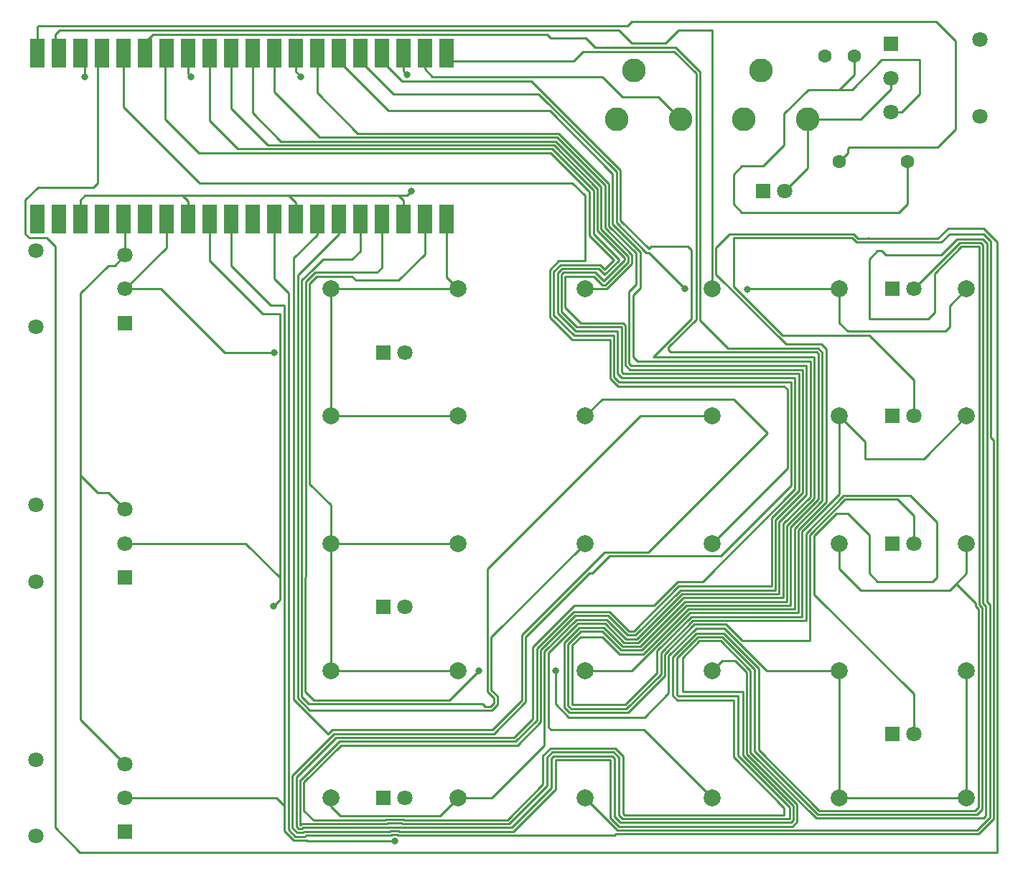
<source format=gbl>
G04 #@! TF.GenerationSoftware,KiCad,Pcbnew,(6.0.8)*
G04 #@! TF.CreationDate,2023-07-24T16:33:47+02:00*
G04 #@! TF.ProjectId,pisynthInv,70697379-6e74-4684-996e-762e6b696361,rev?*
G04 #@! TF.SameCoordinates,Original*
G04 #@! TF.FileFunction,Copper,L2,Bot*
G04 #@! TF.FilePolarity,Positive*
%FSLAX46Y46*%
G04 Gerber Fmt 4.6, Leading zero omitted, Abs format (unit mm)*
G04 Created by KiCad (PCBNEW (6.0.8)) date 2023-07-24 16:33:47*
%MOMM*%
%LPD*%
G01*
G04 APERTURE LIST*
G04 #@! TA.AperFunction,ComponentPad*
%ADD10C,2.000000*%
G04 #@! TD*
G04 #@! TA.AperFunction,ComponentPad*
%ADD11C,1.800000*%
G04 #@! TD*
G04 #@! TA.AperFunction,ComponentPad*
%ADD12R,1.800000X1.800000*%
G04 #@! TD*
G04 #@! TA.AperFunction,ComponentPad*
%ADD13C,2.800000*%
G04 #@! TD*
G04 #@! TA.AperFunction,ComponentPad*
%ADD14C,1.600000*%
G04 #@! TD*
G04 #@! TA.AperFunction,SMDPad,CuDef*
%ADD15R,1.700000X3.500000*%
G04 #@! TD*
G04 #@! TA.AperFunction,ViaPad*
%ADD16C,0.800000*%
G04 #@! TD*
G04 #@! TA.AperFunction,Conductor*
%ADD17C,0.250000*%
G04 #@! TD*
G04 APERTURE END LIST*
D10*
X134000000Y-97000000D03*
X59000000Y-97000000D03*
D11*
X24250000Y-122500000D03*
X24250000Y-131500000D03*
D12*
X34750000Y-131000000D03*
D11*
X34750000Y-127000000D03*
X34750000Y-123000000D03*
X24250000Y-101500000D03*
X24250000Y-92500000D03*
D12*
X34750000Y-101000000D03*
D11*
X34750000Y-97000000D03*
X34750000Y-93000000D03*
D12*
X125225000Y-67000000D03*
D11*
X127765000Y-67000000D03*
D10*
X74000000Y-127000000D03*
D13*
X94750000Y-41200000D03*
X92750000Y-47000000D03*
X100250000Y-47000000D03*
D10*
X119000000Y-82000000D03*
X119000000Y-97000000D03*
X134000000Y-127000000D03*
X59000000Y-67000000D03*
X104000000Y-127000000D03*
X119000000Y-112000000D03*
D13*
X109750000Y-41200000D03*
X107750000Y-47000000D03*
X115250000Y-47000000D03*
D12*
X65225000Y-127000000D03*
D11*
X67765000Y-127000000D03*
D12*
X109975000Y-55500000D03*
D11*
X112515000Y-55500000D03*
D10*
X134000000Y-82000000D03*
X74000000Y-97000000D03*
X134000000Y-67000000D03*
D11*
X24250000Y-62500000D03*
X24250000Y-71500000D03*
D12*
X34750000Y-71000000D03*
D11*
X34750000Y-67000000D03*
X34750000Y-63000000D03*
D10*
X74000000Y-82000000D03*
X104000000Y-67000000D03*
D12*
X65225000Y-74500000D03*
D11*
X67765000Y-74500000D03*
D10*
X89000000Y-112000000D03*
X89000000Y-127000000D03*
X59000000Y-127000000D03*
D12*
X125225000Y-97000000D03*
D11*
X127765000Y-97000000D03*
D10*
X104000000Y-112000000D03*
D12*
X125225000Y-119500000D03*
D11*
X127765000Y-119500000D03*
D10*
X89000000Y-97000000D03*
X59000000Y-112000000D03*
X119000000Y-127000000D03*
X134000000Y-112000000D03*
X119000000Y-67000000D03*
D12*
X65225000Y-104500000D03*
D11*
X67765000Y-104500000D03*
X135550000Y-37630000D03*
X135550000Y-46630000D03*
D12*
X125050000Y-38130000D03*
D11*
X125050000Y-42130000D03*
X125050000Y-46130000D03*
D10*
X74000000Y-67000000D03*
X89000000Y-67000000D03*
X89000000Y-82000000D03*
D14*
X120775000Y-39500000D03*
X117275000Y-39500000D03*
X127000000Y-52000000D03*
X119000000Y-52000000D03*
D10*
X74000000Y-112000000D03*
X104000000Y-97000000D03*
X59000000Y-82000000D03*
D12*
X125225000Y-82000000D03*
D11*
X127765000Y-82000000D03*
D10*
X104000000Y-82000000D03*
D15*
X24370000Y-39210000D03*
X26910000Y-39210000D03*
X29450000Y-39210000D03*
X31990000Y-39210000D03*
X34530000Y-39210000D03*
X37070000Y-39210000D03*
X39610000Y-39210000D03*
X42150000Y-39210000D03*
X44690000Y-39210000D03*
X47230000Y-39210000D03*
X49770000Y-39210000D03*
X52310000Y-39210000D03*
X54850000Y-39210000D03*
X57390000Y-39210000D03*
X59930000Y-39210000D03*
X62470000Y-39210000D03*
X65010000Y-39210000D03*
X67550000Y-39210000D03*
X70090000Y-39210000D03*
X72630000Y-39210000D03*
X72630000Y-58790000D03*
X70090000Y-58790000D03*
X67550000Y-58790000D03*
X65010000Y-58790000D03*
X62470000Y-58790000D03*
X59930000Y-58790000D03*
X57390000Y-58790000D03*
X54850000Y-58790000D03*
X52310000Y-58790000D03*
X49770000Y-58790000D03*
X47230000Y-58790000D03*
X44690000Y-58790000D03*
X42150000Y-58790000D03*
X39610000Y-58790000D03*
X37070000Y-58790000D03*
X34530000Y-58790000D03*
X31990000Y-58790000D03*
X29450000Y-58790000D03*
X26910000Y-58790000D03*
X24370000Y-58790000D03*
D16*
X55500000Y-42000000D03*
X68000000Y-41775500D03*
X42500000Y-42000000D03*
X68500000Y-55500000D03*
X30000000Y-42000000D03*
X85500000Y-112000000D03*
X76500000Y-112000000D03*
X100800000Y-67000000D03*
X108100000Y-67100000D03*
X52325500Y-74500000D03*
X52300000Y-104400000D03*
X66540000Y-132080000D03*
D17*
X67550000Y-41325500D02*
X67550000Y-40110000D01*
X40500000Y-56000000D02*
X53500000Y-56000000D01*
X66500000Y-56000000D02*
X67000000Y-56000000D01*
X42150000Y-41650000D02*
X42150000Y-40110000D01*
X55500000Y-42000000D02*
X54850000Y-41350000D01*
X40500000Y-56000000D02*
X41500000Y-56000000D01*
X68000000Y-41775500D02*
X67550000Y-41325500D01*
X67550000Y-56550000D02*
X67550000Y-57890000D01*
X54850000Y-56850000D02*
X54850000Y-57890000D01*
X41500000Y-56000000D02*
X42150000Y-56650000D01*
X67000000Y-56000000D02*
X67550000Y-56550000D01*
X68000000Y-56000000D02*
X68500000Y-55500000D01*
X29450000Y-56550000D02*
X30000000Y-56000000D01*
X30000000Y-56000000D02*
X40500000Y-56000000D01*
X30000000Y-42000000D02*
X30000000Y-40660000D01*
X30000000Y-40660000D02*
X29450000Y-40110000D01*
X42500000Y-42000000D02*
X42150000Y-41650000D01*
X53500000Y-56000000D02*
X66500000Y-56000000D01*
X53500000Y-56000000D02*
X54000000Y-56000000D01*
X54850000Y-41350000D02*
X54850000Y-40110000D01*
X29450000Y-57890000D02*
X29450000Y-56550000D01*
X42150000Y-56650000D02*
X42150000Y-57890000D01*
X66500000Y-56000000D02*
X68000000Y-56000000D01*
X54000000Y-56000000D02*
X54850000Y-56850000D01*
X98845406Y-110245406D02*
X102090812Y-107000000D01*
X76500000Y-112000000D02*
X73000000Y-115500000D01*
X105409188Y-107000000D02*
X110409188Y-112000000D01*
X65010000Y-64490000D02*
X64450000Y-65050000D01*
X85500000Y-112000000D02*
X85500000Y-115909188D01*
X98845406Y-114654594D02*
X98845406Y-110245406D01*
X134000000Y-127000000D02*
X134000000Y-112000000D01*
X56050000Y-66166978D02*
X57166978Y-65050000D01*
X102090812Y-107000000D02*
X105409188Y-107000000D01*
X56000000Y-101000000D02*
X56050000Y-100950000D01*
X87090812Y-117500000D02*
X96000000Y-117500000D01*
X110409188Y-112000000D02*
X119000000Y-112000000D01*
X56050000Y-100950000D02*
X56050000Y-66166978D01*
X73000000Y-115500000D02*
X57000000Y-115500000D01*
X65010000Y-57890000D02*
X65010000Y-64490000D01*
X134000000Y-127000000D02*
X119000000Y-127000000D01*
X57166978Y-65050000D02*
X64450000Y-65050000D01*
X119000000Y-127000000D02*
X119000000Y-112000000D01*
X96000000Y-117500000D02*
X98845406Y-114654594D01*
X56000000Y-114500000D02*
X56000000Y-101000000D01*
X85500000Y-115909188D02*
X87090812Y-117500000D01*
X57000000Y-115500000D02*
X56000000Y-114500000D01*
X54650000Y-115436396D02*
X58720406Y-119506802D01*
X96450000Y-98050000D02*
X110500000Y-84000000D01*
X78047792Y-119000000D02*
X81550000Y-115497792D01*
X54650000Y-63350000D02*
X57390000Y-60610000D01*
X57390000Y-60610000D02*
X57390000Y-57890000D01*
X106500000Y-80000000D02*
X91000000Y-80000000D01*
X59227208Y-119000000D02*
X78047792Y-119000000D01*
X58720406Y-119506802D02*
X59227208Y-119000000D01*
X54650000Y-64850000D02*
X54650000Y-63350000D01*
X81550000Y-115497792D02*
X81550000Y-107813604D01*
X54650000Y-67150000D02*
X54650000Y-64850000D01*
X110500000Y-84000000D02*
X106500000Y-80000000D01*
X81550000Y-107813604D02*
X91313604Y-98050000D01*
X91000000Y-80000000D02*
X89000000Y-82000000D01*
X54650000Y-67150000D02*
X54650000Y-115436396D01*
X91313604Y-98050000D02*
X96450000Y-98050000D01*
X89000000Y-97000000D02*
X77950000Y-108050000D01*
X77950000Y-108050000D02*
X77950000Y-114288299D01*
X55100000Y-65400000D02*
X59930000Y-60570000D01*
X77986701Y-116675000D02*
X56525000Y-116675000D01*
X56525000Y-116675000D02*
X55100000Y-115250000D01*
X55100000Y-115250000D02*
X55100000Y-65400000D01*
X78675000Y-115986701D02*
X77986701Y-116675000D01*
X77950000Y-114288299D02*
X78675000Y-115013299D01*
X59930000Y-60570000D02*
X59930000Y-57890000D01*
X78675000Y-115013299D02*
X78675000Y-115986701D01*
X77800305Y-116225000D02*
X78225000Y-115800305D01*
X55550000Y-83050000D02*
X55550000Y-115063604D01*
X62470000Y-62530000D02*
X61500000Y-63500000D01*
X56436396Y-115950000D02*
X76924695Y-115950000D01*
X77500000Y-100000000D02*
X95500000Y-82000000D01*
X61500000Y-63500000D02*
X58080582Y-63500000D01*
X77500000Y-114474695D02*
X77500000Y-100000000D01*
X78225000Y-115199695D02*
X77500000Y-114474695D01*
X77199695Y-116225000D02*
X77800305Y-116225000D01*
X78225000Y-115800305D02*
X78225000Y-115199695D01*
X76924695Y-115950000D02*
X77199695Y-116225000D01*
X62470000Y-57890000D02*
X62470000Y-62530000D01*
X55600000Y-83000000D02*
X55550000Y-83050000D01*
X95500000Y-82000000D02*
X104000000Y-82000000D01*
X55600000Y-65980582D02*
X55600000Y-83000000D01*
X56980582Y-64600000D02*
X55600000Y-65980582D01*
X55550000Y-115063604D02*
X56436396Y-115950000D01*
X58080582Y-63500000D02*
X56716978Y-64863604D01*
X26500000Y-39700000D02*
X26910000Y-40110000D01*
X98474999Y-38025001D02*
X94525001Y-38025001D01*
X104000000Y-36500000D02*
X100000000Y-36500000D01*
X93000000Y-36500000D02*
X27000000Y-36500000D01*
X104000000Y-67000000D02*
X104000000Y-36500000D01*
X94525001Y-38025001D02*
X93000000Y-36500000D01*
X100000000Y-36500000D02*
X98474999Y-38025001D01*
X27000000Y-36500000D02*
X26500000Y-37000000D01*
X26500000Y-37000000D02*
X26500000Y-39700000D01*
X39500000Y-40220000D02*
X39500000Y-47000000D01*
X86090812Y-64150000D02*
X85300000Y-64940812D01*
X92950000Y-77950000D02*
X113250000Y-77950000D01*
X85300000Y-70072792D02*
X87727208Y-72500000D01*
X106681802Y-110818198D02*
X105181802Y-110818198D01*
X85500000Y-122500000D02*
X92000000Y-122500000D01*
X114000000Y-127772792D02*
X108050000Y-121822792D01*
X91320406Y-64684010D02*
X90786396Y-64150000D01*
X80540000Y-130960000D02*
X85500000Y-126000000D01*
X55027208Y-131086396D02*
X55772792Y-131086396D01*
X65998299Y-130960000D02*
X66053299Y-130905000D01*
X90786396Y-64150000D02*
X86090812Y-64150000D01*
X89550000Y-55550000D02*
X89550000Y-60686396D01*
X89863604Y-100500000D02*
X89500000Y-100500000D01*
X43450000Y-50950000D02*
X84950000Y-50950000D01*
X113300000Y-90200000D02*
X105000000Y-98500000D01*
X92400000Y-77400000D02*
X92950000Y-77950000D01*
X113300000Y-78000000D02*
X113300000Y-90200000D01*
X39500000Y-47000000D02*
X43450000Y-50950000D01*
X89500000Y-100500000D02*
X82000000Y-108000000D01*
X108050000Y-112186396D02*
X106681802Y-110818198D01*
X85300000Y-64940812D02*
X85300000Y-70072792D01*
X92000000Y-122500000D02*
X92000000Y-129363604D01*
X108050000Y-121822792D02*
X108050000Y-112186396D01*
X39610000Y-40110000D02*
X39500000Y-40220000D01*
X67081701Y-130960000D02*
X80540000Y-130960000D01*
X87727208Y-72500000D02*
X92400000Y-72500000D01*
X114000000Y-129822792D02*
X114000000Y-127772792D01*
X85500000Y-126000000D02*
X85500000Y-122500000D01*
X92431802Y-63572614D02*
X91320406Y-64684010D01*
X91863604Y-98500000D02*
X89863604Y-100500000D01*
X82000000Y-115684188D02*
X78234188Y-119450000D01*
X67026701Y-130905000D02*
X67081701Y-130960000D01*
X55899188Y-130960000D02*
X65998299Y-130960000D01*
X84950000Y-50950000D02*
X89550000Y-55550000D01*
X105181802Y-110818198D02*
X104000000Y-112000000D01*
X82000000Y-108000000D02*
X82000000Y-115684188D01*
X66053299Y-130905000D02*
X67026701Y-130905000D01*
X54500000Y-130559188D02*
X55027208Y-131086396D01*
X54500000Y-124363604D02*
X54500000Y-130559188D01*
X55772792Y-131086396D02*
X55899188Y-130960000D01*
X105000000Y-98500000D02*
X91863604Y-98500000D01*
X113472792Y-130350000D02*
X114000000Y-129822792D01*
X92431802Y-63568198D02*
X92431802Y-63572614D01*
X89550000Y-60686396D02*
X92431802Y-63568198D01*
X92000000Y-129363604D02*
X92986396Y-130350000D01*
X59413604Y-119450000D02*
X54500000Y-124363604D01*
X113250000Y-77950000D02*
X113300000Y-78000000D01*
X92400000Y-72500000D02*
X92400000Y-77400000D01*
X78234188Y-119450000D02*
X59413604Y-119450000D01*
X92986396Y-130350000D02*
X113472792Y-130350000D01*
X52310000Y-40110000D02*
X52310000Y-43810000D01*
X94550000Y-64000000D02*
X91550000Y-67000000D01*
X52310000Y-43810000D02*
X57650000Y-49150000D01*
X94550000Y-62959188D02*
X94550000Y-64000000D01*
X85695584Y-49150000D02*
X91350000Y-54804416D01*
X91350000Y-54804416D02*
X91350000Y-59759188D01*
X91550000Y-67000000D02*
X89000000Y-67000000D01*
X57650000Y-49150000D02*
X85695584Y-49150000D01*
X91350000Y-59759188D02*
X94550000Y-62959188D01*
X135968198Y-59831802D02*
X137640000Y-61503604D01*
X89000000Y-112000000D02*
X94545228Y-112000000D01*
X122400000Y-61000000D02*
X122450000Y-61050000D01*
X104450000Y-65270000D02*
X104450000Y-62150000D01*
X31500000Y-54500000D02*
X31500000Y-40600000D01*
X122450000Y-61050000D02*
X130600000Y-61050000D01*
X112680000Y-73500000D02*
X104450000Y-65270000D01*
X137640000Y-61503604D02*
X137640000Y-133397972D01*
X23000000Y-56500000D02*
X24500000Y-55000000D01*
X104450000Y-62150000D02*
X106050000Y-60550000D01*
X114150000Y-95440812D02*
X117431802Y-92159010D01*
X23000000Y-60500000D02*
X23000000Y-56500000D01*
X117431802Y-92159010D02*
X117431802Y-74068198D01*
X130600000Y-61050000D02*
X131818198Y-59831802D01*
X120700000Y-60550000D02*
X121200000Y-61050000D01*
X121200000Y-61050000D02*
X122350000Y-61050000D01*
X116863604Y-73500000D02*
X112680000Y-73500000D01*
X29397972Y-133397972D02*
X26500000Y-130500000D01*
X114150000Y-105200000D02*
X114150000Y-95440812D01*
X26500000Y-130500000D02*
X26500000Y-62000000D01*
X122350000Y-61050000D02*
X122400000Y-61000000D01*
X101345228Y-105200000D02*
X114150000Y-105200000D01*
X31000000Y-55000000D02*
X31500000Y-54500000D01*
X117431802Y-74068198D02*
X116863604Y-73500000D01*
X137640000Y-133397972D02*
X29397972Y-133397972D01*
X131818198Y-59831802D02*
X135968198Y-59831802D01*
X106050000Y-60550000D02*
X120700000Y-60550000D01*
X25500000Y-61000000D02*
X23500000Y-61000000D01*
X31500000Y-40600000D02*
X31990000Y-40110000D01*
X26500000Y-62000000D02*
X25500000Y-61000000D01*
X24500000Y-55000000D02*
X31000000Y-55000000D01*
X23500000Y-61000000D02*
X23000000Y-60500000D01*
X94545228Y-112000000D02*
X101345228Y-105200000D01*
X107500000Y-58000000D02*
X126000000Y-58000000D01*
X120775000Y-41725000D02*
X120775000Y-39500000D01*
X120500000Y-43500000D02*
X124000000Y-40000000D01*
X126370000Y-46130000D02*
X125050000Y-46130000D01*
X128500000Y-44000000D02*
X126370000Y-46130000D01*
X107500000Y-52500000D02*
X106500000Y-53500000D01*
X119000000Y-43500000D02*
X120500000Y-43500000D01*
X112500000Y-50000000D02*
X110000000Y-52500000D01*
X110000000Y-52500000D02*
X107500000Y-52500000D01*
X106500000Y-53500000D02*
X106500000Y-57000000D01*
X112500000Y-46300000D02*
X112500000Y-50000000D01*
X119000000Y-43500000D02*
X115300000Y-43500000D01*
X120775000Y-41725000D02*
X119000000Y-43500000D01*
X115300000Y-43500000D02*
X112500000Y-46300000D01*
X127000000Y-57000000D02*
X127000000Y-52000000D01*
X124000000Y-40000000D02*
X128500000Y-40000000D01*
X126000000Y-58000000D02*
X127000000Y-57000000D01*
X106500000Y-57000000D02*
X107500000Y-58000000D01*
X128500000Y-40000000D02*
X128500000Y-44000000D01*
X59000000Y-92500000D02*
X56500000Y-90000000D01*
X59000000Y-97000000D02*
X59000000Y-92500000D01*
X70090000Y-62910000D02*
X67000000Y-66000000D01*
X59000000Y-97000000D02*
X74000000Y-97000000D01*
X59000000Y-112000000D02*
X74000000Y-112000000D01*
X62000000Y-66000000D02*
X67000000Y-66000000D01*
X56500000Y-90000000D02*
X56500000Y-66353374D01*
X70090000Y-57890000D02*
X70090000Y-62910000D01*
X57353374Y-65500000D02*
X61500000Y-65500000D01*
X56500000Y-66353374D02*
X57353374Y-65500000D01*
X59000000Y-112000000D02*
X59000000Y-97000000D01*
X61500000Y-65500000D02*
X62000000Y-66000000D01*
X84850000Y-64754416D02*
X84850000Y-70350000D01*
X84850000Y-70350000D02*
X87500000Y-73000000D01*
X112850000Y-88150000D02*
X104000000Y-97000000D01*
X85904416Y-63700000D02*
X84850000Y-64754416D01*
X87500000Y-54500000D02*
X89000000Y-56000000D01*
X91950000Y-73000000D02*
X91950000Y-77586396D01*
X112850000Y-78850000D02*
X112850000Y-88150000D01*
X89000000Y-63700000D02*
X85904416Y-63700000D01*
X34530000Y-45530000D02*
X43500000Y-54500000D01*
X34530000Y-40110000D02*
X34530000Y-45530000D01*
X112500000Y-78500000D02*
X112850000Y-78850000D01*
X43500000Y-54500000D02*
X87500000Y-54500000D01*
X87500000Y-73000000D02*
X91950000Y-73000000D01*
X89000000Y-56000000D02*
X89000000Y-63700000D01*
X92863604Y-78500000D02*
X112500000Y-78500000D01*
X91950000Y-77586396D02*
X92863604Y-78500000D01*
X86463604Y-65050000D02*
X86200000Y-65313604D01*
X47230000Y-40110000D02*
X47230000Y-45730000D01*
X65625507Y-130060000D02*
X65680507Y-130005000D01*
X116450000Y-128950000D02*
X135261396Y-128950000D01*
X84500000Y-122227208D02*
X85127208Y-121600000D01*
X135500000Y-104236396D02*
X135500000Y-62000000D01*
X114200000Y-90813604D02*
X114186396Y-90813604D01*
X87631624Y-105050000D02*
X83300000Y-109381624D01*
X113100000Y-129450000D02*
X113100000Y-128145584D01*
X135211396Y-130800000D02*
X92800000Y-130800000D01*
X129500000Y-70500000D02*
X122500000Y-70500000D01*
X67454493Y-130060000D02*
X80040000Y-130060000D01*
X55400000Y-130186396D02*
X55526396Y-130060000D01*
X130200698Y-69799302D02*
X129500000Y-70500000D01*
X93450000Y-129450000D02*
X113100000Y-129450000D01*
X100040456Y-102050000D02*
X94740456Y-107350000D01*
X91868020Y-105050000D02*
X87631624Y-105050000D01*
X85127208Y-121600000D02*
X92372792Y-121600000D01*
X114186396Y-90813604D02*
X111000000Y-94000000D01*
X99863604Y-114863604D02*
X99863604Y-110500000D01*
X93000000Y-122227208D02*
X93000000Y-129000000D01*
X130200698Y-65200698D02*
X130200698Y-69799302D01*
X90186396Y-65050000D02*
X86463604Y-65050000D01*
X65680507Y-130005000D02*
X67399493Y-130005000D01*
X93650000Y-63331980D02*
X93650000Y-63627208D01*
X99863604Y-110500000D02*
X102313604Y-108050000D01*
X123500000Y-62500000D02*
X124000000Y-62500000D01*
X135261396Y-128950000D02*
X135840000Y-128371396D01*
X83300000Y-117872792D02*
X80822792Y-120350000D01*
X114200000Y-77000000D02*
X114200000Y-90813604D01*
X86200000Y-65313604D02*
X86200000Y-69700000D01*
X93300000Y-71500000D02*
X93300000Y-76800000D01*
X93000000Y-129000000D02*
X93450000Y-129450000D01*
X136400000Y-103863604D02*
X136740000Y-104203604D01*
X107000000Y-115000000D02*
X100000000Y-115000000D01*
X136740000Y-104203604D02*
X136740000Y-129271396D01*
X80040000Y-130060000D02*
X84500000Y-125600000D01*
X93500000Y-77000000D02*
X114200000Y-77000000D01*
X100000000Y-115000000D02*
X99863604Y-114863604D01*
X91206802Y-66070406D02*
X90186396Y-65050000D01*
X111000000Y-94000000D02*
X111000000Y-102050000D01*
X80822792Y-120350000D02*
X60013604Y-120350000D01*
X109000000Y-111863604D02*
X109000000Y-121500000D01*
X122500000Y-70500000D02*
X122500000Y-63500000D01*
X124500000Y-63000000D02*
X131000000Y-63000000D01*
X85322792Y-50050000D02*
X90450000Y-55177208D01*
X102313604Y-108050000D02*
X105186396Y-108050000D01*
X135840000Y-104576396D02*
X135500000Y-104236396D01*
X105186396Y-108050000D02*
X109000000Y-111863604D01*
X94740456Y-107350000D02*
X94168020Y-107350000D01*
X124000000Y-62500000D02*
X124500000Y-63000000D01*
X131000000Y-63000000D02*
X132900000Y-61100000D01*
X55526396Y-130060000D02*
X65625507Y-130060000D01*
X136740000Y-129271396D02*
X135211396Y-130800000D01*
X109000000Y-121500000D02*
X116450000Y-128950000D01*
X47230000Y-45730000D02*
X51550000Y-50050000D01*
X94168020Y-107350000D02*
X91868020Y-105050000D01*
X90450000Y-60131980D02*
X93650000Y-63331980D01*
X67399493Y-130005000D02*
X67454493Y-130060000D01*
X136400000Y-61627208D02*
X136400000Y-103863604D01*
X107000000Y-122045584D02*
X107000000Y-115000000D01*
X93250000Y-71450000D02*
X93300000Y-71500000D01*
X92800000Y-130800000D02*
X89000000Y-127000000D01*
X133401396Y-62000000D02*
X130200698Y-65200698D01*
X90450000Y-55177208D02*
X90450000Y-60131980D01*
X55463604Y-124900000D02*
X55400000Y-124900000D01*
X93650000Y-63627208D02*
X91206802Y-66070406D01*
X92372792Y-121600000D02*
X93000000Y-122227208D01*
X132900000Y-61100000D02*
X135872792Y-61100000D01*
X86200000Y-69700000D02*
X87950000Y-71450000D01*
X135840000Y-128371396D02*
X135840000Y-104576396D01*
X111000000Y-102050000D02*
X100040456Y-102050000D01*
X51550000Y-50050000D02*
X85322792Y-50050000D01*
X135500000Y-62000000D02*
X133401396Y-62000000D01*
X84500000Y-125600000D02*
X84500000Y-122227208D01*
X55400000Y-124900000D02*
X55400000Y-130186396D01*
X60013604Y-120350000D02*
X55463604Y-124900000D01*
X87950000Y-71450000D02*
X93250000Y-71450000D01*
X83300000Y-109381624D02*
X83300000Y-117872792D01*
X93300000Y-76800000D02*
X93500000Y-77000000D01*
X122500000Y-63500000D02*
X123500000Y-62500000D01*
X113100000Y-128145584D02*
X107000000Y-122045584D01*
X135872792Y-61100000D02*
X136400000Y-61627208D01*
X92250000Y-53386396D02*
X92250000Y-59386396D01*
X84950000Y-118950000D02*
X95950000Y-118950000D01*
X95500000Y-62636396D02*
X95500000Y-66863604D01*
X92250000Y-59386396D02*
X95500000Y-62636396D01*
X94650000Y-67713604D02*
X94650000Y-75000000D01*
X100599644Y-103400000D02*
X95299644Y-108700000D01*
X84650000Y-118650000D02*
X84950000Y-118950000D01*
X95299644Y-108700000D02*
X93609188Y-108700000D01*
X95150000Y-75500000D02*
X115550000Y-75500000D01*
X112350000Y-94695228D02*
X112350000Y-103400000D01*
X94650000Y-75000000D02*
X95150000Y-75500000D01*
X115550000Y-91495228D02*
X112350000Y-94695228D01*
X95500000Y-66863604D02*
X94650000Y-67713604D01*
X115550000Y-75500000D02*
X115550000Y-91495228D01*
X93609188Y-108700000D02*
X91372792Y-106463604D01*
X91372792Y-106463604D02*
X88127208Y-106463604D01*
X84863604Y-46000000D02*
X92250000Y-53386396D01*
X59930000Y-40110000D02*
X65820000Y-46000000D01*
X112350000Y-103400000D02*
X100599644Y-103400000D01*
X88127208Y-106463604D02*
X84650000Y-109940812D01*
X84650000Y-109940812D02*
X84650000Y-118650000D01*
X65820000Y-46000000D02*
X84863604Y-46000000D01*
X95950000Y-118950000D02*
X104000000Y-127000000D01*
X119000000Y-91227208D02*
X119000000Y-82000000D01*
X38000000Y-37000000D02*
X84500000Y-37000000D01*
X99636396Y-38500000D02*
X102570000Y-41433604D01*
X114600000Y-105650000D02*
X114600000Y-95627208D01*
X87500000Y-109000000D02*
X87500000Y-116000000D01*
X93727208Y-116000000D02*
X97495406Y-112231802D01*
X87500000Y-116000000D02*
X93727208Y-116000000D01*
X89085000Y-37415000D02*
X90170000Y-38500000D01*
X114600000Y-95627208D02*
X119000000Y-91227208D01*
X122000000Y-87000000D02*
X129000000Y-87000000D01*
X105840000Y-74000000D02*
X116500000Y-74000000D01*
X101158832Y-104750000D02*
X95858832Y-110050000D01*
X102570000Y-41433604D02*
X102570000Y-70730000D01*
X88500000Y-108000000D02*
X87500000Y-109000000D01*
X90170000Y-38500000D02*
X99636396Y-38500000D01*
X37070000Y-40110000D02*
X37070000Y-37930000D01*
X116981802Y-91972614D02*
X113700000Y-95254416D01*
X122000000Y-85000000D02*
X122000000Y-87000000D01*
X97495406Y-109686218D02*
X101531624Y-105650000D01*
X91000000Y-108000000D02*
X88500000Y-108000000D01*
X113700000Y-95254416D02*
X113700000Y-104750000D01*
X37070000Y-37930000D02*
X38000000Y-37000000D01*
X116500000Y-74000000D02*
X116981802Y-74481802D01*
X116981802Y-74481802D02*
X116981802Y-91972614D01*
X93050000Y-110050000D02*
X91000000Y-108000000D01*
X102570000Y-70730000D02*
X105840000Y-74000000D01*
X84915000Y-37415000D02*
X89085000Y-37415000D01*
X95858832Y-110050000D02*
X93050000Y-110050000D01*
X129000000Y-87000000D02*
X134000000Y-82000000D01*
X84500000Y-37000000D02*
X84915000Y-37415000D01*
X97495406Y-112231802D02*
X97495406Y-109686218D01*
X101531624Y-105650000D02*
X114600000Y-105650000D01*
X113700000Y-104750000D02*
X101158832Y-104750000D01*
X119000000Y-82000000D02*
X122000000Y-85000000D01*
X134000000Y-100500000D02*
X134000000Y-97000000D01*
X83750000Y-109568020D02*
X83750000Y-118059188D01*
X132750000Y-101750000D02*
X134000000Y-100500000D01*
X93500000Y-71000000D02*
X93750000Y-71250000D01*
X93981624Y-107800000D02*
X91681624Y-105500000D01*
X91681624Y-105500000D02*
X87818020Y-105500000D01*
X55850000Y-128500000D02*
X56960000Y-129610000D01*
X106500000Y-115500000D02*
X99863604Y-115500000D01*
X119000000Y-97000000D02*
X119000000Y-100000000D01*
X90000000Y-65500000D02*
X86650000Y-65500000D01*
X102127208Y-107600000D02*
X105372792Y-107600000D01*
X114650000Y-91000000D02*
X111450000Y-94200000D01*
X121500000Y-102500000D02*
X126500000Y-102500000D01*
X126500000Y-102500000D02*
X132000000Y-102500000D01*
X49770000Y-46270000D02*
X53100000Y-49600000D01*
X60200000Y-120800000D02*
X55850000Y-125150000D01*
X109500000Y-111727208D02*
X109500000Y-121363604D01*
X114650000Y-76500000D02*
X114650000Y-91000000D01*
X135050000Y-104422792D02*
X135050000Y-104050000D01*
X93636396Y-129000000D02*
X112500000Y-129000000D01*
X135390000Y-128110000D02*
X135390000Y-104762792D01*
X65494111Y-129555000D02*
X67585889Y-129555000D01*
X99295406Y-110431802D02*
X102127208Y-107600000D01*
X85509188Y-49600000D02*
X90900000Y-54990812D01*
X100226852Y-102500000D02*
X94926852Y-107800000D01*
X116636396Y-128500000D02*
X135000000Y-128500000D01*
X55850000Y-125150000D02*
X55850000Y-128500000D01*
X88500000Y-71000000D02*
X93500000Y-71000000D01*
X86650000Y-69150000D02*
X88500000Y-71000000D01*
X111450000Y-102500000D02*
X100226852Y-102500000D01*
X105372792Y-107600000D02*
X109500000Y-111727208D01*
X67640889Y-129610000D02*
X79853604Y-129610000D01*
X91363604Y-66550000D02*
X91050000Y-66550000D01*
X112500000Y-128181980D02*
X106500000Y-122181980D01*
X132000000Y-102500000D02*
X132750000Y-101750000D01*
X84940812Y-121150000D02*
X92559188Y-121150000D01*
X84050000Y-125413604D02*
X84050000Y-122040812D01*
X91050000Y-66550000D02*
X90000000Y-65500000D01*
X94100000Y-63145584D02*
X94100000Y-63813604D01*
X112500000Y-129000000D02*
X112500000Y-128181980D01*
X90900000Y-59945584D02*
X94100000Y-63145584D01*
X81009188Y-120800000D02*
X60200000Y-120800000D01*
X99863604Y-115500000D02*
X99295406Y-114931802D01*
X93500000Y-128863604D02*
X93636396Y-129000000D01*
X67585889Y-129555000D02*
X67640889Y-129610000D01*
X65439111Y-129610000D02*
X65494111Y-129555000D01*
X90900000Y-54990812D02*
X90900000Y-59945584D01*
X79853604Y-129610000D02*
X84050000Y-125413604D01*
X56960000Y-129610000D02*
X65439111Y-129610000D01*
X94100000Y-63813604D02*
X91363604Y-66550000D01*
X135390000Y-104762792D02*
X135050000Y-104422792D01*
X135050000Y-104050000D02*
X132750000Y-101750000D01*
X119000000Y-100000000D02*
X121500000Y-102500000D01*
X92559188Y-121150000D02*
X93500000Y-122090812D01*
X53100000Y-49600000D02*
X85509188Y-49600000D01*
X84050000Y-122040812D02*
X84940812Y-121150000D01*
X135000000Y-128500000D02*
X135390000Y-128110000D01*
X111450000Y-94200000D02*
X111450000Y-102500000D01*
X106500000Y-122181980D02*
X106500000Y-115500000D01*
X94263604Y-76500000D02*
X114650000Y-76500000D01*
X87818020Y-105500000D02*
X83750000Y-109568020D01*
X94926852Y-107800000D02*
X93981624Y-107800000D01*
X99295406Y-114931802D02*
X99295406Y-110431802D01*
X86650000Y-65500000D02*
X86650000Y-69150000D01*
X109500000Y-121363604D02*
X116636396Y-128500000D01*
X93750000Y-71250000D02*
X93750000Y-75986396D01*
X93750000Y-75986396D02*
X94263604Y-76500000D01*
X49770000Y-40110000D02*
X49770000Y-46270000D01*
X83750000Y-118059188D02*
X81009188Y-120800000D01*
X93500000Y-122090812D02*
X93500000Y-128863604D01*
X120000000Y-72000000D02*
X131500000Y-72000000D01*
X66360000Y-44000000D02*
X83500000Y-44000000D01*
X108100000Y-67100000D02*
X108200000Y-67000000D01*
X96521129Y-62721129D02*
X100800000Y-67000000D01*
X108200000Y-67000000D02*
X119000000Y-67000000D01*
X96221129Y-62721129D02*
X96521129Y-62721129D01*
X131500000Y-72000000D02*
X132000000Y-71500000D01*
X62470000Y-40110000D02*
X66360000Y-44000000D01*
X132000000Y-71500000D02*
X132000000Y-69000000D01*
X119000000Y-71000000D02*
X120000000Y-72000000D01*
X92700000Y-53200000D02*
X92700000Y-59200000D01*
X132000000Y-69000000D02*
X134000000Y-67000000D01*
X83500000Y-44000000D02*
X92700000Y-53200000D01*
X119000000Y-67000000D02*
X119000000Y-71000000D01*
X92700000Y-59200000D02*
X96221129Y-62721129D01*
X59000000Y-67000000D02*
X74000000Y-67000000D01*
X59000000Y-82000000D02*
X74000000Y-82000000D01*
X72630000Y-57890000D02*
X72630000Y-65630000D01*
X59000000Y-82000000D02*
X59000000Y-67000000D01*
X72630000Y-65630000D02*
X74000000Y-67000000D01*
X71000000Y-42000000D02*
X91000000Y-42000000D01*
X91000000Y-42000000D02*
X93370000Y-44370000D01*
X70090000Y-40110000D02*
X70090000Y-41090000D01*
X93370000Y-44370000D02*
X97620000Y-44370000D01*
X97620000Y-44370000D02*
X100250000Y-47000000D01*
X70090000Y-41090000D02*
X71000000Y-42000000D01*
X130500000Y-94500000D02*
X130500000Y-101000000D01*
X72630000Y-40110000D02*
X87630000Y-40110000D01*
X123500000Y-101500000D02*
X122500000Y-100500000D01*
X116000000Y-96136396D02*
X116000000Y-103000000D01*
X101718020Y-106100000D02*
X115050000Y-106100000D01*
X113250000Y-95068020D02*
X113250000Y-104300000D01*
X116531802Y-91786218D02*
X113250000Y-95068020D01*
X122500000Y-96000000D02*
X120000000Y-93500000D01*
X99500000Y-39000000D02*
X102090000Y-41590000D01*
X122500000Y-100500000D02*
X122500000Y-96000000D01*
X98850000Y-73813604D02*
X98850000Y-74186396D01*
X130500000Y-101000000D02*
X130000000Y-101500000D01*
X119495406Y-91368198D02*
X127368198Y-91368198D01*
X115050000Y-106100000D02*
X115050000Y-95813604D01*
X87363604Y-116500000D02*
X93863604Y-116500000D01*
X118636396Y-93500000D02*
X116000000Y-96136396D01*
X87000000Y-108863604D02*
X87000000Y-116136396D01*
X115050000Y-95813604D02*
X119495406Y-91368198D01*
X116000000Y-103000000D02*
X127765000Y-114765000D01*
X93236396Y-109600000D02*
X91000000Y-107363604D01*
X102090000Y-70573604D02*
X98850000Y-73813604D01*
X100972436Y-104300000D02*
X95672436Y-109600000D01*
X99113604Y-74450000D02*
X116313604Y-74450000D01*
X88500000Y-107363604D02*
X87000000Y-108863604D01*
X127765000Y-114765000D02*
X127765000Y-119500000D01*
X98850000Y-74186396D02*
X99113604Y-74450000D01*
X87630000Y-40110000D02*
X88740000Y-39000000D01*
X116531802Y-74668198D02*
X116531802Y-91786218D01*
X97945406Y-112418198D02*
X97945406Y-109872614D01*
X95672436Y-109600000D02*
X93236396Y-109600000D01*
X93863604Y-116500000D02*
X97945406Y-112418198D01*
X130000000Y-101500000D02*
X123500000Y-101500000D01*
X102090000Y-41590000D02*
X102090000Y-70573604D01*
X91000000Y-107363604D02*
X88500000Y-107363604D01*
X87000000Y-116136396D02*
X87363604Y-116500000D01*
X116313604Y-74450000D02*
X116531802Y-74668198D01*
X120000000Y-93500000D02*
X118636396Y-93500000D01*
X88740000Y-39000000D02*
X99500000Y-39000000D01*
X97945406Y-109872614D02*
X101718020Y-106100000D01*
X113250000Y-104300000D02*
X100972436Y-104300000D01*
X127368198Y-91368198D02*
X130500000Y-94500000D01*
X95486040Y-109150000D02*
X93422792Y-109150000D01*
X82636396Y-42500000D02*
X93150000Y-53013604D01*
X96775000Y-61996129D02*
X101086129Y-61996129D01*
X101525000Y-62435000D02*
X101525000Y-70502208D01*
X86550000Y-116322792D02*
X87177208Y-116950000D01*
X101525000Y-70502208D02*
X97027208Y-75000000D01*
X112800000Y-94881624D02*
X112800000Y-103850000D01*
X100786040Y-103850000D02*
X95486040Y-109150000D01*
X116000000Y-91681624D02*
X112800000Y-94881624D01*
X119681802Y-91818198D02*
X125818198Y-91818198D01*
X101904416Y-106550000D02*
X105595584Y-106550000D01*
X116000000Y-75000000D02*
X116000000Y-91681624D01*
X94050000Y-116950000D02*
X98395406Y-112604594D01*
X127765000Y-93765000D02*
X127765000Y-97000000D01*
X93150000Y-58921129D02*
X96500000Y-62271129D01*
X65010000Y-40110000D02*
X67400000Y-42500000D01*
X98395406Y-110059010D02*
X101904416Y-106550000D01*
X105595584Y-106550000D02*
X107545584Y-108500000D01*
X115500000Y-108500000D02*
X115500000Y-96000000D01*
X98395406Y-112604594D02*
X98395406Y-110059010D01*
X97027208Y-75000000D02*
X116000000Y-75000000D01*
X93422792Y-109150000D02*
X91186396Y-106913604D01*
X107545584Y-108500000D02*
X115500000Y-108500000D01*
X93150000Y-53013604D02*
X93150000Y-58921129D01*
X112800000Y-103850000D02*
X100786040Y-103850000D01*
X96500000Y-62271129D02*
X96775000Y-61996129D01*
X88313604Y-106913604D02*
X86550000Y-108677208D01*
X91186396Y-106913604D02*
X88313604Y-106913604D01*
X86550000Y-108677208D02*
X86550000Y-116322792D01*
X115500000Y-96000000D02*
X119681802Y-91818198D01*
X67400000Y-42500000D02*
X82636396Y-42500000D01*
X87177208Y-116950000D02*
X94050000Y-116950000D01*
X125818198Y-91818198D02*
X127765000Y-93765000D01*
X101086129Y-61996129D02*
X101525000Y-62435000D01*
X66840305Y-131355000D02*
X66239695Y-131355000D01*
X106500000Y-61000000D02*
X120500000Y-61000000D01*
X106500000Y-66683604D02*
X106500000Y-61000000D01*
X54000000Y-130695584D02*
X54000000Y-67500000D01*
X136850000Y-61350000D02*
X136850000Y-84500000D01*
X54840812Y-131536396D02*
X54000000Y-130695584D01*
X122500000Y-72500000D02*
X112316396Y-72500000D01*
X127765000Y-82000000D02*
X127765000Y-77765000D01*
X56085584Y-131410000D02*
X55959188Y-131536396D01*
X120500000Y-61000000D02*
X121000000Y-61500000D01*
X135397792Y-131250000D02*
X92613604Y-131250000D01*
X66239695Y-131355000D02*
X66184695Y-131410000D01*
X127765000Y-77765000D02*
X122500000Y-72500000D01*
X55959188Y-131536396D02*
X54840812Y-131536396D01*
X52310000Y-65810000D02*
X52310000Y-57890000D01*
X137190000Y-84840000D02*
X137190000Y-129457792D01*
X136850000Y-84500000D02*
X137190000Y-84840000D01*
X131000000Y-61500000D02*
X132000000Y-60500000D01*
X137190000Y-129457792D02*
X135397792Y-131250000D01*
X112316396Y-72500000D02*
X106500000Y-66683604D01*
X132000000Y-60500000D02*
X136000000Y-60500000D01*
X121000000Y-61500000D02*
X131000000Y-61500000D01*
X92613604Y-131250000D02*
X92453604Y-131410000D01*
X66184695Y-131410000D02*
X56085584Y-131410000D01*
X54000000Y-67500000D02*
X52310000Y-65810000D01*
X136000000Y-60500000D02*
X136850000Y-61350000D01*
X92453604Y-131410000D02*
X66895305Y-131410000D01*
X66895305Y-131410000D02*
X66840305Y-131355000D01*
X52325500Y-74500000D02*
X46500000Y-74500000D01*
X46500000Y-74500000D02*
X39000000Y-67000000D01*
X39610000Y-62140000D02*
X39610000Y-57890000D01*
X34750000Y-67000000D02*
X39610000Y-62140000D01*
X39000000Y-67000000D02*
X34750000Y-67000000D01*
X53050000Y-69950000D02*
X53050000Y-101050000D01*
X44690000Y-63690000D02*
X50950000Y-69950000D01*
X50950000Y-69950000D02*
X53050000Y-69950000D01*
X53050000Y-103650000D02*
X53050000Y-102400000D01*
X44690000Y-57890000D02*
X44690000Y-63690000D01*
X52300000Y-104400000D02*
X53050000Y-103650000D01*
X34750000Y-97000000D02*
X49000000Y-97000000D01*
X49000000Y-97000000D02*
X53050000Y-101050000D01*
X53050000Y-101050000D02*
X53050000Y-102400000D01*
X91800000Y-59572792D02*
X95000000Y-62772792D01*
X59000000Y-127000000D02*
X59000000Y-128000000D01*
X94200000Y-75800000D02*
X94400000Y-76000000D01*
X62200000Y-48700000D02*
X85881980Y-48700000D01*
X95000000Y-62772792D02*
X95000000Y-66500000D01*
X111900000Y-102950000D02*
X100413248Y-102950000D01*
X57390000Y-43890000D02*
X62200000Y-48700000D01*
X115100000Y-76000000D02*
X115100000Y-91308832D01*
X93795584Y-108250000D02*
X91559188Y-106013604D01*
X85881980Y-48700000D02*
X91800000Y-54618020D01*
X84200000Y-120800000D02*
X78000000Y-127000000D01*
X84200000Y-109754416D02*
X84200000Y-120800000D01*
X115100000Y-91308832D02*
X111900000Y-94508832D01*
X95113248Y-108250000D02*
X93795584Y-108250000D01*
X71895000Y-129105000D02*
X74000000Y-127000000D01*
X94400000Y-76000000D02*
X115100000Y-76000000D01*
X95000000Y-66500000D02*
X94200000Y-67300000D01*
X78000000Y-127000000D02*
X74000000Y-127000000D01*
X57390000Y-40110000D02*
X57390000Y-43890000D01*
X100413248Y-102950000D02*
X95113248Y-108250000D01*
X88513604Y-106013604D02*
X88500000Y-106000000D01*
X91559188Y-106013604D02*
X88513604Y-106013604D01*
X60105000Y-129105000D02*
X71895000Y-129105000D01*
X91800000Y-54618020D02*
X91800000Y-59572792D01*
X111900000Y-94508832D02*
X111900000Y-102950000D01*
X88500000Y-106000000D02*
X87954416Y-106000000D01*
X87954416Y-106000000D02*
X84200000Y-109754416D01*
X59000000Y-128000000D02*
X60105000Y-129105000D01*
X94200000Y-67300000D02*
X94200000Y-75800000D01*
X31500000Y-91000000D02*
X32750000Y-91000000D01*
X32750000Y-91000000D02*
X34750000Y-93000000D01*
X29500000Y-85500000D02*
X29500000Y-89000000D01*
X34750000Y-58110000D02*
X34750000Y-63000000D01*
X32775000Y-64225000D02*
X29500000Y-67500000D01*
X29500000Y-67500000D02*
X29500000Y-85500000D01*
X29500000Y-89000000D02*
X31500000Y-91000000D01*
X34750000Y-63000000D02*
X33525000Y-64225000D01*
X29500000Y-117750000D02*
X34750000Y-123000000D01*
X33525000Y-64225000D02*
X32775000Y-64225000D01*
X34530000Y-57890000D02*
X34750000Y-58110000D01*
X29500000Y-85500000D02*
X29500000Y-117750000D01*
X115250000Y-52765000D02*
X115250000Y-47000000D01*
X112515000Y-55500000D02*
X115250000Y-52765000D01*
X125050000Y-43450000D02*
X125050000Y-42130000D01*
X121500000Y-47000000D02*
X125050000Y-43450000D01*
X115250000Y-47000000D02*
X121500000Y-47000000D01*
X55213604Y-130636396D02*
X54950000Y-130372792D01*
X67213097Y-130455000D02*
X65866903Y-130455000D01*
X85050000Y-122313604D02*
X85050000Y-125813604D01*
X100500000Y-110500000D02*
X100500000Y-114500000D01*
X55712792Y-130510000D02*
X55586396Y-130636396D01*
X107600000Y-114500000D02*
X107600000Y-122009188D01*
X55586396Y-130636396D02*
X55213604Y-130636396D01*
X99954060Y-101500000D02*
X102863604Y-101500000D01*
X116263604Y-129400000D02*
X108500000Y-121636396D01*
X82850000Y-109195228D02*
X87722614Y-104322614D01*
X113750000Y-77500000D02*
X93363604Y-77500000D01*
X113286396Y-129900000D02*
X93172792Y-129900000D01*
X54950000Y-124550000D02*
X59600000Y-119900000D01*
X93000000Y-63500000D02*
X90000000Y-60500000D01*
X85750000Y-69886396D02*
X85750000Y-65127208D01*
X135686396Y-61550000D02*
X135950000Y-61813604D01*
X113550000Y-129636396D02*
X113286396Y-129900000D01*
X85136396Y-50500000D02*
X48000000Y-50500000D01*
X44690000Y-47190000D02*
X44690000Y-40110000D01*
X135950000Y-61813604D02*
X135950000Y-104050000D01*
X93172792Y-129900000D02*
X92500000Y-129227208D01*
X108500000Y-121636396D02*
X108500000Y-112000000D01*
X91320406Y-65320406D02*
X93000000Y-63640812D01*
X59600000Y-119900000D02*
X80636396Y-119900000D01*
X92850000Y-76986396D02*
X92850000Y-72000000D01*
X92500000Y-122363604D02*
X92186396Y-122050000D01*
X93363604Y-77500000D02*
X92850000Y-76986396D01*
X67268097Y-130510000D02*
X67213097Y-130455000D01*
X135950000Y-104050000D02*
X136290000Y-104390000D01*
X80353604Y-130510000D02*
X67268097Y-130510000D01*
X107600000Y-122009188D02*
X113550000Y-127959188D01*
X87863604Y-72000000D02*
X85750000Y-69886396D01*
X54950000Y-130372792D02*
X54950000Y-124550000D01*
X108500000Y-112000000D02*
X105000000Y-108500000D01*
X92850000Y-72000000D02*
X87863604Y-72000000D01*
X90600000Y-64600000D02*
X91320406Y-65320406D01*
X100500000Y-114500000D02*
X107600000Y-114500000D01*
X133215000Y-61550000D02*
X135686396Y-61550000D01*
X113550000Y-127959188D02*
X113550000Y-129636396D01*
X102863604Y-101500000D02*
X113750000Y-90613604D01*
X90000000Y-60500000D02*
X90000000Y-55363604D01*
X135975000Y-129400000D02*
X116263604Y-129400000D01*
X92500000Y-129227208D02*
X92500000Y-122363604D01*
X85313604Y-122050000D02*
X85050000Y-122313604D01*
X65811903Y-130510000D02*
X55712792Y-130510000D01*
X97131446Y-104322614D02*
X99954060Y-101500000D01*
X65866903Y-130455000D02*
X65811903Y-130510000D01*
X102500000Y-108500000D02*
X100500000Y-110500000D01*
X85050000Y-125813604D02*
X80353604Y-130510000D01*
X82850000Y-117686396D02*
X82850000Y-109195228D01*
X92186396Y-122050000D02*
X85313604Y-122050000D01*
X127765000Y-67000000D02*
X133215000Y-61550000D01*
X80636396Y-119900000D02*
X82850000Y-117686396D01*
X48000000Y-50500000D02*
X44690000Y-47190000D01*
X93000000Y-63640812D02*
X93000000Y-63500000D01*
X90000000Y-55363604D02*
X85136396Y-50500000D01*
X113750000Y-90613604D02*
X113750000Y-77500000D01*
X87722614Y-104322614D02*
X97131446Y-104322614D01*
X86277208Y-64600000D02*
X90600000Y-64600000D01*
X105000000Y-108500000D02*
X102500000Y-108500000D01*
X85750000Y-65127208D02*
X86277208Y-64600000D01*
X136290000Y-104390000D02*
X136290000Y-129085000D01*
X136290000Y-129085000D02*
X135975000Y-129400000D01*
X52600000Y-127000000D02*
X53550000Y-127950000D01*
X53550000Y-68950000D02*
X53550000Y-126950000D01*
X66520000Y-132100000D02*
X56259188Y-132100000D01*
X54654416Y-131986396D02*
X53550000Y-130881980D01*
X47230000Y-64230000D02*
X51950000Y-68950000D01*
X53550000Y-130881980D02*
X53550000Y-127950000D01*
X34750000Y-127000000D02*
X52600000Y-127000000D01*
X56259188Y-132100000D02*
X56145584Y-131986396D01*
X56145584Y-131986396D02*
X54654416Y-131986396D01*
X53550000Y-127950000D02*
X53550000Y-126950000D01*
X51950000Y-68950000D02*
X53550000Y-68950000D01*
X66540000Y-132080000D02*
X66520000Y-132100000D01*
X47230000Y-57890000D02*
X47230000Y-64230000D01*
X120200000Y-50300000D02*
X120000000Y-50500000D01*
X120000000Y-51000000D02*
X119000000Y-52000000D01*
X132700000Y-48200000D02*
X130600000Y-50300000D01*
X130600000Y-50300000D02*
X120200000Y-50300000D01*
X24500000Y-36000000D02*
X94000000Y-36000000D01*
X94000000Y-36000000D02*
X94500000Y-35500000D01*
X24370000Y-40110000D02*
X24370000Y-36130000D01*
X24370000Y-36130000D02*
X24500000Y-36000000D01*
X132700000Y-37800000D02*
X132700000Y-48200000D01*
X130400000Y-35500000D02*
X132700000Y-37800000D01*
X94500000Y-35500000D02*
X130400000Y-35500000D01*
X120000000Y-50500000D02*
X120000000Y-51000000D01*
M02*

</source>
